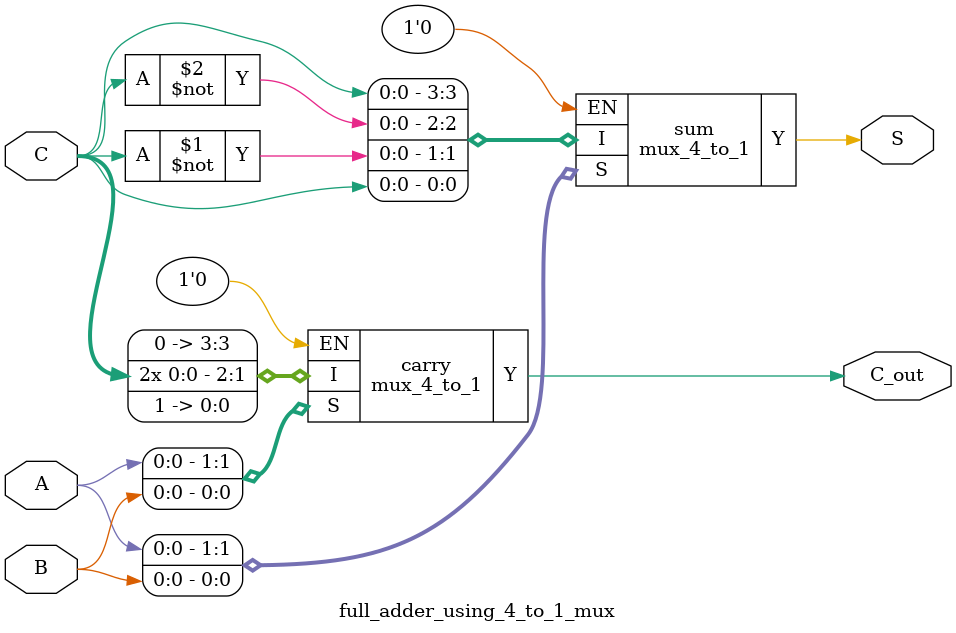
<source format=sv>

module mux_4_to_1(EN, S, I, Y);
    input EN;
    input [1:0]S;
    input [0:3]I;
    output Y;

    assign Y = ~EN ? (~S[1] ? (~S[0] ? I[0] : I[1]) : (~S[0] ? I[2] : I[3])) : 0;
endmodule

module full_adder_using_4_to_1_mux(A, B, C, S, C_out);
    input A, B, C;
    output S, C_out;
  
  	mux_4_to_1 sum(1'b0, {A, B}, {C, ~C, ~C, C}, S);
  	mux_4_to_1 carry(1'b0, {A, B}, {1'b0, C, C, 1'b1}, C_out);
endmodule

</source>
